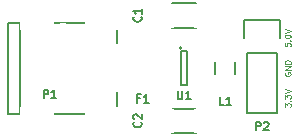
<source format=gto>
G04 #@! TF.FileFunction,Legend,Top*
%FSLAX46Y46*%
G04 Gerber Fmt 4.6, Leading zero omitted, Abs format (unit mm)*
G04 Created by KiCad (PCBNEW 4.0.3-stable) date 09/12/16 10:31:36*
%MOMM*%
%LPD*%
G01*
G04 APERTURE LIST*
%ADD10C,0.100000*%
%ADD11C,0.150000*%
%ADD12R,2.432000X2.127200*%
%ADD13O,2.432000X2.127200*%
%ADD14R,2.400000X2.000000*%
%ADD15R,1.650000X1.900000*%
%ADD16R,2.701240X0.900380*%
%ADD17R,2.899360X2.398980*%
%ADD18C,1.299160*%
%ADD19R,1.460000X1.050000*%
%ADD20R,2.429460X1.540460*%
%ADD21C,1.300000*%
G04 APERTURE END LIST*
D10*
X74026190Y-154102380D02*
X74026190Y-154340475D01*
X74264286Y-154364285D01*
X74240476Y-154340475D01*
X74216667Y-154292856D01*
X74216667Y-154173809D01*
X74240476Y-154126190D01*
X74264286Y-154102380D01*
X74311905Y-154078571D01*
X74430952Y-154078571D01*
X74478571Y-154102380D01*
X74502381Y-154126190D01*
X74526190Y-154173809D01*
X74526190Y-154292856D01*
X74502381Y-154340475D01*
X74478571Y-154364285D01*
X74478571Y-153864285D02*
X74502381Y-153840476D01*
X74526190Y-153864285D01*
X74502381Y-153888095D01*
X74478571Y-153864285D01*
X74526190Y-153864285D01*
X74026190Y-153530952D02*
X74026190Y-153483333D01*
X74050000Y-153435714D01*
X74073810Y-153411905D01*
X74121429Y-153388095D01*
X74216667Y-153364286D01*
X74335714Y-153364286D01*
X74430952Y-153388095D01*
X74478571Y-153411905D01*
X74502381Y-153435714D01*
X74526190Y-153483333D01*
X74526190Y-153530952D01*
X74502381Y-153578571D01*
X74478571Y-153602381D01*
X74430952Y-153626190D01*
X74335714Y-153650000D01*
X74216667Y-153650000D01*
X74121429Y-153626190D01*
X74073810Y-153602381D01*
X74050000Y-153578571D01*
X74026190Y-153530952D01*
X74026190Y-153221429D02*
X74526190Y-153054762D01*
X74026190Y-152888096D01*
X74050000Y-156580953D02*
X74026190Y-156628572D01*
X74026190Y-156700000D01*
X74050000Y-156771429D01*
X74097619Y-156819048D01*
X74145238Y-156842857D01*
X74240476Y-156866667D01*
X74311905Y-156866667D01*
X74407143Y-156842857D01*
X74454762Y-156819048D01*
X74502381Y-156771429D01*
X74526190Y-156700000D01*
X74526190Y-156652381D01*
X74502381Y-156580953D01*
X74478571Y-156557143D01*
X74311905Y-156557143D01*
X74311905Y-156652381D01*
X74526190Y-156342857D02*
X74026190Y-156342857D01*
X74526190Y-156057143D01*
X74026190Y-156057143D01*
X74526190Y-155819047D02*
X74026190Y-155819047D01*
X74026190Y-155700000D01*
X74050000Y-155628571D01*
X74097619Y-155580952D01*
X74145238Y-155557143D01*
X74240476Y-155533333D01*
X74311905Y-155533333D01*
X74407143Y-155557143D01*
X74454762Y-155580952D01*
X74502381Y-155628571D01*
X74526190Y-155700000D01*
X74526190Y-155819047D01*
X74026190Y-159488094D02*
X74026190Y-159178571D01*
X74216667Y-159345237D01*
X74216667Y-159273809D01*
X74240476Y-159226190D01*
X74264286Y-159202380D01*
X74311905Y-159178571D01*
X74430952Y-159178571D01*
X74478571Y-159202380D01*
X74502381Y-159226190D01*
X74526190Y-159273809D01*
X74526190Y-159416666D01*
X74502381Y-159464285D01*
X74478571Y-159488094D01*
X74478571Y-158964285D02*
X74502381Y-158940476D01*
X74526190Y-158964285D01*
X74502381Y-158988095D01*
X74478571Y-158964285D01*
X74526190Y-158964285D01*
X74026190Y-158773809D02*
X74026190Y-158464286D01*
X74216667Y-158630952D01*
X74216667Y-158559524D01*
X74240476Y-158511905D01*
X74264286Y-158488095D01*
X74311905Y-158464286D01*
X74430952Y-158464286D01*
X74478571Y-158488095D01*
X74502381Y-158511905D01*
X74526190Y-158559524D01*
X74526190Y-158702381D01*
X74502381Y-158750000D01*
X74478571Y-158773809D01*
X74026190Y-158321429D02*
X74526190Y-158154762D01*
X74026190Y-157988096D01*
D11*
X70830000Y-154920000D02*
X70830000Y-160000000D01*
X70830000Y-160000000D02*
X73370000Y-160000000D01*
X73370000Y-160000000D02*
X73370000Y-154920000D01*
X73650000Y-152100000D02*
X73650000Y-153650000D01*
X73370000Y-154920000D02*
X70830000Y-154920000D01*
X70550000Y-153650000D02*
X70550000Y-152100000D01*
X70550000Y-152100000D02*
X73650000Y-152100000D01*
X66500000Y-150725000D02*
X64500000Y-150725000D01*
X64500000Y-152775000D02*
X66500000Y-152775000D01*
X64500000Y-161675000D02*
X66500000Y-161675000D01*
X66500000Y-159625000D02*
X64500000Y-159625000D01*
X69850000Y-156700000D02*
X69850000Y-155700000D01*
X68150000Y-155700000D02*
X68150000Y-156700000D01*
X51600820Y-152349360D02*
X51600820Y-160050640D01*
X50600060Y-152349360D02*
X50600060Y-160050640D01*
X50600060Y-160050640D02*
X59799940Y-160050640D01*
X59799940Y-160050640D02*
X59799940Y-152349360D01*
X59799940Y-152349360D02*
X50600060Y-152349360D01*
X65300000Y-154500000D02*
G75*
G03X65300000Y-154500000I-100000J0D01*
G01*
X65750000Y-154750000D02*
X65250000Y-154750000D01*
X65750000Y-157650000D02*
X65750000Y-154750000D01*
X65250000Y-157650000D02*
X65750000Y-157650000D01*
X65250000Y-154750000D02*
X65250000Y-157650000D01*
X71593334Y-161466667D02*
X71593334Y-160766667D01*
X71860000Y-160766667D01*
X71926667Y-160800000D01*
X71960000Y-160833333D01*
X71993334Y-160900000D01*
X71993334Y-161000000D01*
X71960000Y-161066667D01*
X71926667Y-161100000D01*
X71860000Y-161133333D01*
X71593334Y-161133333D01*
X72260000Y-160833333D02*
X72293334Y-160800000D01*
X72360000Y-160766667D01*
X72526667Y-160766667D01*
X72593334Y-160800000D01*
X72626667Y-160833333D01*
X72660000Y-160900000D01*
X72660000Y-160966667D01*
X72626667Y-161066667D01*
X72226667Y-161466667D01*
X72660000Y-161466667D01*
X61850000Y-151846666D02*
X61883333Y-151880000D01*
X61916667Y-151980000D01*
X61916667Y-152046666D01*
X61883333Y-152146666D01*
X61816667Y-152213333D01*
X61750000Y-152246666D01*
X61616667Y-152280000D01*
X61516667Y-152280000D01*
X61383333Y-152246666D01*
X61316667Y-152213333D01*
X61250000Y-152146666D01*
X61216667Y-152046666D01*
X61216667Y-151980000D01*
X61250000Y-151880000D01*
X61283333Y-151846666D01*
X61916667Y-151180000D02*
X61916667Y-151580000D01*
X61916667Y-151380000D02*
X61216667Y-151380000D01*
X61316667Y-151446666D01*
X61383333Y-151513333D01*
X61416667Y-151580000D01*
X61850000Y-160766666D02*
X61883333Y-160800000D01*
X61916667Y-160900000D01*
X61916667Y-160966666D01*
X61883333Y-161066666D01*
X61816667Y-161133333D01*
X61750000Y-161166666D01*
X61616667Y-161200000D01*
X61516667Y-161200000D01*
X61383333Y-161166666D01*
X61316667Y-161133333D01*
X61250000Y-161066666D01*
X61216667Y-160966666D01*
X61216667Y-160900000D01*
X61250000Y-160800000D01*
X61283333Y-160766666D01*
X61283333Y-160500000D02*
X61250000Y-160466666D01*
X61216667Y-160400000D01*
X61216667Y-160233333D01*
X61250000Y-160166666D01*
X61283333Y-160133333D01*
X61350000Y-160100000D01*
X61416667Y-160100000D01*
X61516667Y-160133333D01*
X61916667Y-160533333D01*
X61916667Y-160100000D01*
X68883333Y-159336667D02*
X68550000Y-159336667D01*
X68550000Y-158636667D01*
X69483333Y-159336667D02*
X69083333Y-159336667D01*
X69283333Y-159336667D02*
X69283333Y-158636667D01*
X69216667Y-158736667D01*
X69150000Y-158803333D01*
X69083333Y-158836667D01*
X53613334Y-158716667D02*
X53613334Y-158016667D01*
X53880000Y-158016667D01*
X53946667Y-158050000D01*
X53980000Y-158083333D01*
X54013334Y-158150000D01*
X54013334Y-158250000D01*
X53980000Y-158316667D01*
X53946667Y-158350000D01*
X53880000Y-158383333D01*
X53613334Y-158383333D01*
X54680000Y-158716667D02*
X54280000Y-158716667D01*
X54480000Y-158716667D02*
X54480000Y-158016667D01*
X54413334Y-158116667D01*
X54346667Y-158183333D01*
X54280000Y-158216667D01*
X64966667Y-158116667D02*
X64966667Y-158683333D01*
X65000000Y-158750000D01*
X65033333Y-158783333D01*
X65100000Y-158816667D01*
X65233333Y-158816667D01*
X65300000Y-158783333D01*
X65333333Y-158750000D01*
X65366667Y-158683333D01*
X65366667Y-158116667D01*
X66066666Y-158816667D02*
X65666666Y-158816667D01*
X65866666Y-158816667D02*
X65866666Y-158116667D01*
X65800000Y-158216667D01*
X65733333Y-158283333D01*
X65666666Y-158316667D01*
X61766667Y-158760000D02*
X61533334Y-158760000D01*
X61533334Y-159126667D02*
X61533334Y-158426667D01*
X61866667Y-158426667D01*
X62500000Y-159126667D02*
X62100000Y-159126667D01*
X62300000Y-159126667D02*
X62300000Y-158426667D01*
X62233334Y-158526667D01*
X62166667Y-158593333D01*
X62100000Y-158626667D01*
%LPC*%
D12*
X72100000Y-153650000D03*
D13*
X72100000Y-156190000D03*
X72100000Y-158730000D03*
D14*
X63500000Y-151750000D03*
X67500000Y-151750000D03*
X67500000Y-160650000D03*
X63500000Y-160650000D03*
D15*
X69000000Y-154950000D03*
X69000000Y-157450000D03*
D16*
X58649320Y-154599800D03*
X58649320Y-155399900D03*
X58649320Y-156200000D03*
X58649320Y-157000100D03*
X58649320Y-157800200D03*
D17*
X58550260Y-151749920D03*
X53051160Y-151749920D03*
X58550260Y-160650080D03*
X53051160Y-160650080D03*
D18*
X56050900Y-154000360D03*
X56050900Y-158399640D03*
D19*
X64400000Y-155250000D03*
X64400000Y-156200000D03*
X64400000Y-157150000D03*
X66600000Y-157150000D03*
X66600000Y-155250000D03*
D20*
X62000000Y-154996040D03*
X62000000Y-157403960D03*
D21*
X55230000Y-152950000D03*
X55230000Y-160950000D03*
M02*

</source>
